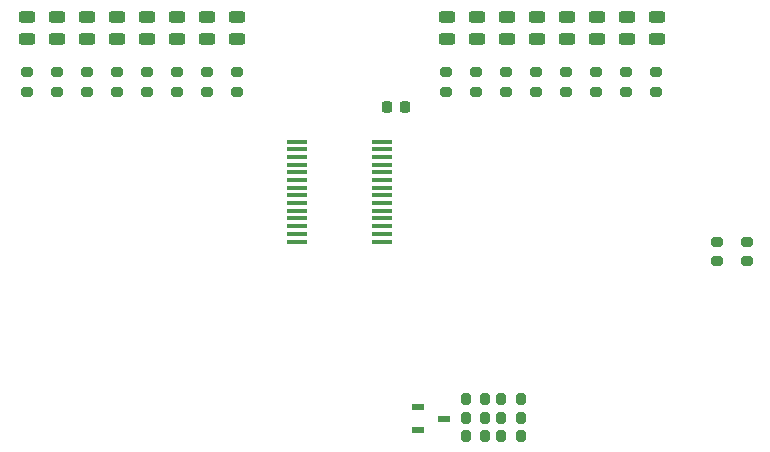
<source format=gbr>
%TF.GenerationSoftware,KiCad,Pcbnew,9.0.6*%
%TF.CreationDate,2026-01-18T16:02:07+09:00*%
%TF.ProjectId,mcp23017_testboard_arduino,6d637032-3330-4313-975f-74657374626f,rev?*%
%TF.SameCoordinates,Original*%
%TF.FileFunction,Paste,Top*%
%TF.FilePolarity,Positive*%
%FSLAX46Y46*%
G04 Gerber Fmt 4.6, Leading zero omitted, Abs format (unit mm)*
G04 Created by KiCad (PCBNEW 9.0.6) date 2026-01-18 16:02:07*
%MOMM*%
%LPD*%
G01*
G04 APERTURE LIST*
G04 Aperture macros list*
%AMRoundRect*
0 Rectangle with rounded corners*
0 $1 Rounding radius*
0 $2 $3 $4 $5 $6 $7 $8 $9 X,Y pos of 4 corners*
0 Add a 4 corners polygon primitive as box body*
4,1,4,$2,$3,$4,$5,$6,$7,$8,$9,$2,$3,0*
0 Add four circle primitives for the rounded corners*
1,1,$1+$1,$2,$3*
1,1,$1+$1,$4,$5*
1,1,$1+$1,$6,$7*
1,1,$1+$1,$8,$9*
0 Add four rect primitives between the rounded corners*
20,1,$1+$1,$2,$3,$4,$5,0*
20,1,$1+$1,$4,$5,$6,$7,0*
20,1,$1+$1,$6,$7,$8,$9,0*
20,1,$1+$1,$8,$9,$2,$3,0*%
G04 Aperture macros list end*
%ADD10RoundRect,0.200000X-0.275000X0.200000X-0.275000X-0.200000X0.275000X-0.200000X0.275000X0.200000X0*%
%ADD11RoundRect,0.243750X-0.456250X0.243750X-0.456250X-0.243750X0.456250X-0.243750X0.456250X0.243750X0*%
%ADD12R,1.100000X0.600000*%
%ADD13RoundRect,0.200000X0.275000X-0.200000X0.275000X0.200000X-0.275000X0.200000X-0.275000X-0.200000X0*%
%ADD14RoundRect,0.200000X-0.200000X-0.275000X0.200000X-0.275000X0.200000X0.275000X-0.200000X0.275000X0*%
%ADD15R,1.750000X0.450000*%
%ADD16RoundRect,0.225000X0.225000X0.250000X-0.225000X0.250000X-0.225000X-0.250000X0.225000X-0.250000X0*%
G04 APERTURE END LIST*
D10*
%TO.C,R1*%
X163500000Y-77470000D03*
X163500000Y-79120000D03*
%TD*%
D11*
%TO.C,D16*%
X122860000Y-58420000D03*
X122860000Y-60295000D03*
%TD*%
D12*
%TO.C,Q1*%
X138207000Y-91506000D03*
X138207000Y-93406000D03*
X140407000Y-92456000D03*
%TD*%
D11*
%TO.C,D5*%
X150800000Y-58420000D03*
X150800000Y-60295000D03*
%TD*%
D13*
%TO.C,R11*%
X153325000Y-64770000D03*
X153325000Y-63120000D03*
%TD*%
%TO.C,R8*%
X145705000Y-64770000D03*
X145705000Y-63120000D03*
%TD*%
D11*
%TO.C,D8*%
X158420000Y-58420000D03*
X158420000Y-60295000D03*
%TD*%
D13*
%TO.C,R15*%
X107620000Y-64770000D03*
X107620000Y-63120000D03*
%TD*%
D11*
%TO.C,D1*%
X140640000Y-58420000D03*
X140640000Y-60295000D03*
%TD*%
D13*
%TO.C,R7*%
X143165000Y-64770000D03*
X143165000Y-63120000D03*
%TD*%
D11*
%TO.C,D13*%
X115240000Y-58420000D03*
X115240000Y-60295000D03*
%TD*%
%TO.C,D7*%
X155880000Y-58420000D03*
X155880000Y-60295000D03*
%TD*%
%TO.C,D3*%
X145720000Y-58420000D03*
X145720000Y-60295000D03*
%TD*%
D14*
%TO.C,R4*%
X145262800Y-92379800D03*
X146912800Y-92379800D03*
%TD*%
%TO.C,R23*%
X142241200Y-92379800D03*
X143891200Y-92379800D03*
%TD*%
D11*
%TO.C,D11*%
X110160000Y-58420000D03*
X110160000Y-60295000D03*
%TD*%
D13*
%TO.C,R6*%
X140625000Y-64770000D03*
X140625000Y-63120000D03*
%TD*%
D14*
%TO.C,R22*%
X142239200Y-90830400D03*
X143889200Y-90830400D03*
%TD*%
D13*
%TO.C,R21*%
X122860000Y-64770000D03*
X122860000Y-63120000D03*
%TD*%
%TO.C,R19*%
X117780000Y-64770000D03*
X117780000Y-63120000D03*
%TD*%
D10*
%TO.C,R2*%
X166040000Y-77470000D03*
X166040000Y-79120000D03*
%TD*%
D13*
%TO.C,R10*%
X150785000Y-64770000D03*
X150785000Y-63120000D03*
%TD*%
D14*
%TO.C,R24*%
X142241200Y-93903800D03*
X143891200Y-93903800D03*
%TD*%
D13*
%TO.C,R17*%
X112700000Y-64770000D03*
X112700000Y-63120000D03*
%TD*%
%TO.C,R16*%
X110160000Y-64770000D03*
X110160000Y-63120000D03*
%TD*%
D11*
%TO.C,D10*%
X107620000Y-58420000D03*
X107620000Y-60295000D03*
%TD*%
%TO.C,D15*%
X120320000Y-58420000D03*
X120320000Y-60295000D03*
%TD*%
D13*
%TO.C,R20*%
X120320000Y-64770000D03*
X120320000Y-63120000D03*
%TD*%
%TO.C,R18*%
X115240000Y-64770000D03*
X115240000Y-63120000D03*
%TD*%
D11*
%TO.C,D14*%
X117780000Y-58420000D03*
X117780000Y-60295000D03*
%TD*%
%TO.C,D4*%
X148260000Y-58420000D03*
X148260000Y-60295000D03*
%TD*%
D13*
%TO.C,R9*%
X148245000Y-64770000D03*
X148245000Y-63120000D03*
%TD*%
D14*
%TO.C,R3*%
X145262800Y-90830400D03*
X146912800Y-90830400D03*
%TD*%
D11*
%TO.C,D2*%
X143180000Y-58420000D03*
X143180000Y-60295000D03*
%TD*%
D14*
%TO.C,R5*%
X145262800Y-93903800D03*
X146912800Y-93903800D03*
%TD*%
D11*
%TO.C,D9*%
X105080000Y-58420000D03*
X105080000Y-60295000D03*
%TD*%
%TO.C,D12*%
X112700000Y-58420000D03*
X112700000Y-60295000D03*
%TD*%
D13*
%TO.C,R14*%
X105080000Y-64770000D03*
X105080000Y-63120000D03*
%TD*%
%TO.C,R12*%
X155865000Y-64770000D03*
X155865000Y-63120000D03*
%TD*%
%TO.C,R13*%
X158405000Y-64770000D03*
X158405000Y-63120000D03*
%TD*%
D11*
%TO.C,D6*%
X153340000Y-58420000D03*
X153340000Y-60295000D03*
%TD*%
D15*
%TO.C,U1*%
X135140000Y-77470000D03*
X135140000Y-76820000D03*
X135140000Y-76170000D03*
X135140000Y-75520000D03*
X135140000Y-74870000D03*
X135140000Y-74220000D03*
X135140000Y-73570000D03*
X135140000Y-72920000D03*
X135140000Y-72270000D03*
X135140000Y-71620000D03*
X135140000Y-70970000D03*
X135140000Y-70320000D03*
X135140000Y-69670000D03*
X135140000Y-69020000D03*
X127940000Y-69020000D03*
X127940000Y-69670000D03*
X127940000Y-70320000D03*
X127940000Y-70970000D03*
X127940000Y-71620000D03*
X127940000Y-72270000D03*
X127940000Y-72920000D03*
X127940000Y-73570000D03*
X127940000Y-74220000D03*
X127940000Y-74870000D03*
X127940000Y-75520000D03*
X127940000Y-76170000D03*
X127940000Y-76820000D03*
X127940000Y-77470000D03*
%TD*%
D16*
%TO.C,C1*%
X137110000Y-66040000D03*
X135560000Y-66040000D03*
%TD*%
M02*

</source>
